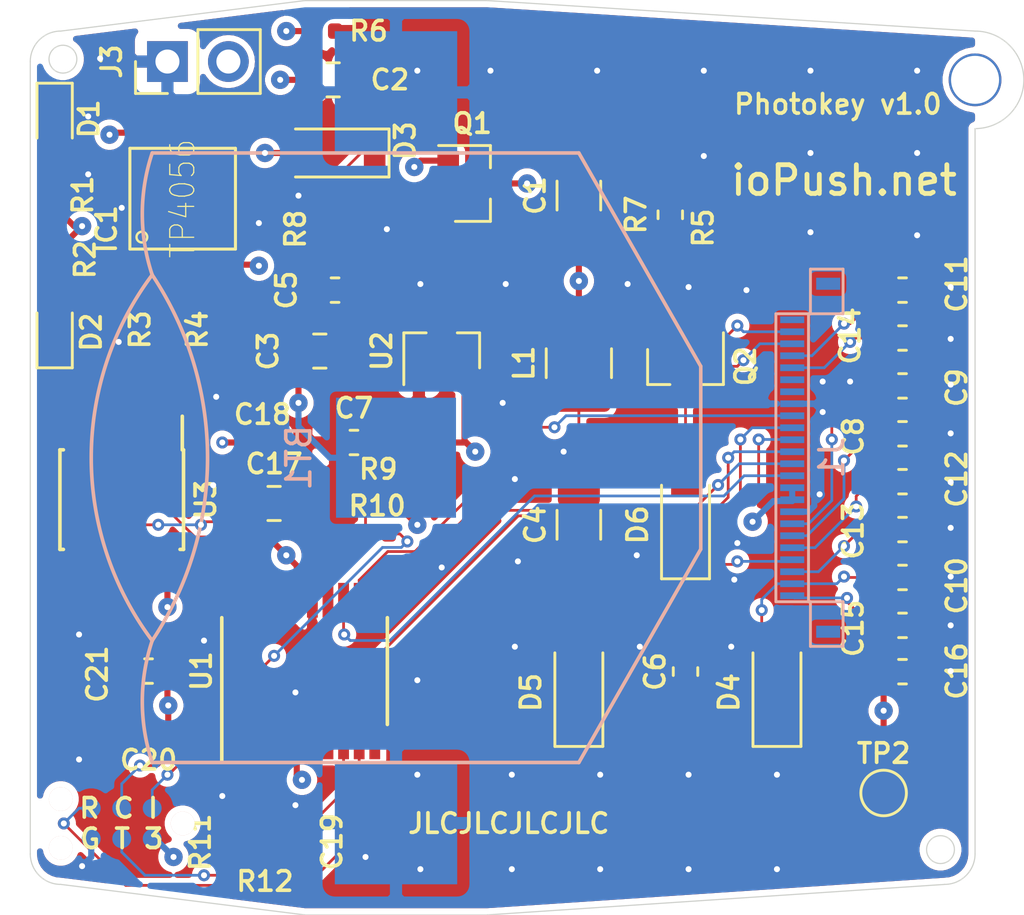
<source format=kicad_pcb>
(kicad_pcb (version 20171130) (host pcbnew "(5.1.4)")
  (layers (0 F.Cu signal) (1 GND power) (2 PWR power) (31 B.Cu signal) (34 B.Paste user) (35 F.Paste user) (36 B.SilkS user) (37 F.SilkS user) (38 B.Mask user) (39 F.Mask user) (44 Edge.Cuts user))
  (net 0 "")
  (net 1 GND)
  (net 2 +BATT)
  (net 3 +3V3)
  (net 4 VBUS)
  (net 5 "Net-(C4-Pad1)")
  (net 6 "Net-(C4-Pad2)")
  (net 7 "Net-(C5-Pad2)")
  (net 8 /PREVGH)
  (net 9 "Net-(C8-Pad2)")
  (net 10 "Net-(C9-Pad2)")
  (net 11 /PREVGL)
  (net 12 "Net-(C11-Pad2)")
  (net 13 "Net-(C12-Pad2)")
  (net 14 "Net-(C13-Pad2)")
  (net 15 "Net-(C14-Pad2)")
  (net 16 /VCOM)
  (net 17 /nRESET)
  (net 18 "Net-(D1-Pad1)")
  (net 19 "Net-(D2-Pad1)")
  (net 20 "Net-(D3-Pad1)")
  (net 21 "Net-(IC1-Pad2)")
  (net 22 "Net-(J1-Pad1)")
  (net 23 /GDR)
  (net 24 /RESE)
  (net 25 "Net-(J1-Pad6)")
  (net 26 "Net-(J1-Pad7)")
  (net 27 /EINK_BUSY)
  (net 28 /EINK_RESET)
  (net 29 /EINK_DC)
  (net 30 /EINK_CS)
  (net 31 /SPI_SCK)
  (net 32 /SPI_SDI)
  (net 33 /SWDIO)
  (net 34 "Net-(J2-Pad3)")
  (net 35 /SWCLK)
  (net 36 /RX)
  (net 37 "Net-(R3-Pad2)")
  (net 38 /VBAT)
  (net 39 /TX)
  (net 40 "Net-(U1-Pad2)")
  (net 41 /I2C_SCL)
  (net 42 /I2C_SDA)
  (net 43 "Net-(D2-Pad2)")
  (net 44 "Net-(D1-Pad2)")
  (net 45 /VBAT_ON)
  (module Tag-Connect:TC2030-MCP-NL (layer B.Cu) (at 29.21 151.13 180)
    (fp_text reference J2 hide)
    (fp_text value TC2030-IDV-NL hide)
    (pad 1 connect circle (at -1.27 -0.635 180) (size 0.7874 0.7874) (layers B.Cu B.Mask) (net 3 +3V3) (clearance 0.4826))
    (pad 2 connect circle (at -1.27 0.635 180) (size 0.7874 0.7874) (layers B.Cu B.Mask) (net 33 /SWDIO) (clearance 0.4826))
    (pad 3 connect circle (at 0 -0.635 180) (size 0.7874 0.7874) (layers B.Cu B.Mask) (net 34 "Net-(J2-Pad3)") (clearance 0.4826))
    (pad 4 connect circle (at 0 0.635 180) (size 0.7874 0.7874) (layers B.Cu B.Mask) (net 35 /SWCLK) (clearance 0.4826))
    (pad 5 connect circle (at 1.27 -0.635 180) (size 0.7874 0.7874) (layers B.Cu B.Mask) (net 1 GND) (clearance 0.4318))
    (pad 6 connect circle (at 1.27 0.635 180) (size 0.7874 0.7874) (layers B.Cu B.Mask) (net 36 /RX) (clearance 0.4318))
    (pad "" np_thru_hole circle (at -2.54 0 180) (size 0.9906 0.9906) (drill 0.9906) (layers *.Cu *.Mask B.SilkS))
    (pad "" np_thru_hole circle (at 2.54 1.016 180) (size 0.9906 0.9906) (drill 0.9906) (layers *.Cu *.Mask B.SilkS))
    (pad "" np_thru_hole circle (at 2.54 -1.016 180) (size 0.9906 0.9906) (drill 0.9906) (layers *.Cu *.Mask B.SilkS))
  )
  (module BatteryHolder:2450 (layer B.Cu) (at 40.64 135.89)
    (fp_text reference BT1 (at -4.05 0 -90) (layer B.SilkS) (effects (justify mirror)))
    (fp_text value Battery_Cell)
    (pad 2 smd rect (at 0 15.225) (size 5.1 5.1) (layers B.Cu B.Paste B.Mask) (net 1 GND))
    (pad 2 smd rect (at 0 -15.225) (size 5.1 5.1) (layers B.Cu B.Paste B.Mask) (net 1 GND))
    (pad 1 smd rect (at 0 0) (size 5 5) (layers B.Cu B.Paste B.Mask) (net 2 +BATT))
  )
  (module Capacitor_SMD:C_1206_3216Metric (layer F.Cu) (at 48.26 124.965 90)
    (fp_text reference C1 (at 0 -1.82 90) (layer F.SilkS) (effects (font (size 0.8128 0.8128) (thickness 0.1524))))
    (fp_text value 4.7uF)
    (pad 2 smd roundrect (at 1.4 0 90) (size 1.25 1.75) (layers F.Cu F.Paste F.Mask) (roundrect_rratio 0.2) (net 1 GND))
    (pad 1 smd roundrect (at -1.4 0 90) (size 1.25 1.75) (layers F.Cu F.Paste F.Mask) (roundrect_rratio 0.2) (net 3 +3V3))
  )
  (module Capacitor_SMD:C_0805_2012Metric (layer F.Cu) (at 38.0215 120.142)
    (fp_text reference C2 (at 2.3645 0) (layer F.SilkS) (effects (font (size 0.8128 0.8128) (thickness 0.1524))))
    (fp_text value 10uF)
    (pad 1 smd roundrect (at -0.9375 0) (size 0.975 1.4) (layers F.Cu F.Paste F.Mask) (net 4 VBUS))
    (pad 2 smd roundrect (at 0.9375 0) (size 0.975 1.4) (layers F.Cu F.Paste F.Mask) (net 1 GND))
  )
  (module Capacitor_SMD:C_0805_2012Metric (layer F.Cu) (at 37.465 131.445)
    (fp_text reference C3 (at -2.159 0 90) (layer F.SilkS) (effects (font (size 0.8128 0.8128) (thickness 0.1524))))
    (fp_text value 10uF)
    (pad 2 smd roundrect (at 0.9375 0) (size 0.975 1.4) (layers F.Cu F.Paste F.Mask) (net 1 GND))
    (pad 1 smd roundrect (at -0.9375 0) (size 0.975 1.4) (layers F.Cu F.Paste F.Mask) (net 2 +BATT))
  )
  (module Capacitor_SMD:C_1206_3216Metric (layer F.Cu) (at 48.26 138.685 90)
    (fp_text reference C4 (at 0 -1.82 90) (layer F.SilkS) (effects (font (size 0.8128 0.8128) (thickness 0.1524))))
    (fp_text value 4.7uF)
    (pad 1 smd roundrect (at -1.4 0 90) (size 1.25 1.75) (layers F.Cu F.Paste F.Mask) (roundrect_rratio 0.2) (net 5 "Net-(C4-Pad1)"))
    (pad 2 smd roundrect (at 1.4 0 90) (size 1.25 1.75) (layers F.Cu F.Paste F.Mask) (roundrect_rratio 0.2) (net 6 "Net-(C4-Pad2)"))
  )
  (module Capacitor_SMD:C_0603_1608Metric (layer F.Cu) (at 38.1 128.905)
    (fp_text reference C5 (at -2.032 0 90) (layer F.SilkS) (effects (font (size 0.8128 0.8128) (thickness 0.1524))))
    (fp_text value 1uF)
    (pad 1 smd roundrect (at -0.7875 0) (size 0.875 0.95) (layers F.Cu F.Paste F.Mask) (net 1 GND))
    (pad 2 smd roundrect (at 0.7875 0) (size 0.875 0.95) (layers F.Cu F.Paste F.Mask) (net 7 "Net-(C5-Pad2)"))
  )
  (module Capacitor_SMD:C_0603_1608Metric (layer F.Cu) (at 52.705 144.8 270)
    (fp_text reference C6 (at 0 1.27 90) (layer F.SilkS) (effects (font (size 0.8128 0.8128) (thickness 0.1524))))
    (fp_text value 1uF)
    (pad 2 smd roundrect (at 0.7875 0 270) (size 0.875 0.95) (layers F.Cu F.Paste F.Mask) (net 1 GND))
    (pad 1 smd roundrect (at -0.7875 0 270) (size 0.875 0.95) (layers F.Cu F.Paste F.Mask) (net 8 /PREVGH))
  )
  (module Capacitor_SMD:C_0603_1608Metric (layer F.Cu) (at 38.8875 135.255)
    (fp_text reference C7 (at 0 -1.43) (layer F.SilkS) (effects (font (size 0.8128 0.8128) (thickness 0.1524))))
    (fp_text value 1uF)
    (pad 1 smd roundrect (at -0.7875 0) (size 0.875 0.95) (layers F.Cu F.Paste F.Mask) (net 1 GND))
    (pad 2 smd roundrect (at 0.7875 0) (size 0.875 0.95) (layers F.Cu F.Paste F.Mask) (net 3 +3V3))
  )
  (module Capacitor_SMD:C_0603_1608Metric (layer F.Cu) (at 61.7475 134.892142 180)
    (fp_text reference C8 (at 2.0575 -0.108858 90) (layer F.SilkS) (effects (font (size 0.8128 0.8128) (thickness 0.1524))))
    (fp_text value 1uF)
    (pad 2 smd roundrect (at 0.7875 0 180) (size 0.875 0.95) (layers F.Cu F.Paste F.Mask) (net 9 "Net-(C8-Pad2)"))
    (pad 1 smd roundrect (at -0.7875 0 180) (size 0.875 0.95) (layers F.Cu F.Paste F.Mask) (net 1 GND))
  )
  (module Capacitor_SMD:C_0603_1608Metric (layer F.Cu) (at 61.7475 132.896428 180)
    (fp_text reference C9 (at -2.2605 -0.072572 90) (layer F.SilkS) (effects (font (size 0.8128 0.8128) (thickness 0.1524))))
    (fp_text value 1uF)
    (pad 1 smd roundrect (at -0.7875 0 180) (size 0.875 0.95) (layers F.Cu F.Paste F.Mask) (net 1 GND))
    (pad 2 smd roundrect (at 0.7875 0 180) (size 0.875 0.95) (layers F.Cu F.Paste F.Mask) (net 10 "Net-(C9-Pad2)"))
  )
  (module Capacitor_SMD:C_0603_1608Metric (layer F.Cu) (at 61.7475 140.879284 180)
    (fp_text reference C10 (at -2.2605 -0.344716 90) (layer F.SilkS) (effects (font (size 0.8128 0.8128) (thickness 0.1524))))
    (fp_text value 1uF)
    (pad 1 smd roundrect (at -0.7875 0 180) (size 0.875 0.95) (layers F.Cu F.Paste F.Mask) (net 1 GND))
    (pad 2 smd roundrect (at 0.7875 0 180) (size 0.875 0.95) (layers F.Cu F.Paste F.Mask) (net 11 /PREVGL))
  )
  (module Capacitor_SMD:C_0603_1608Metric (layer F.Cu) (at 61.7475 128.905 180)
    (fp_text reference C11 (at -2.2605 0.254 90) (layer F.SilkS) (effects (font (size 0.8128 0.8128) (thickness 0.1524))))
    (fp_text value 1uF)
    (pad 2 smd roundrect (at 0.7875 0 180) (size 0.875 0.95) (layers F.Cu F.Paste F.Mask) (net 12 "Net-(C11-Pad2)"))
    (pad 1 smd roundrect (at -0.7875 0 180) (size 0.875 0.95) (layers F.Cu F.Paste F.Mask) (net 1 GND))
  )
  (module Capacitor_SMD:C_0603_1608Metric (layer F.Cu) (at 61.7475 136.887856 180)
    (fp_text reference C12 (at -2.2605 0.108856 90) (layer F.SilkS) (effects (font (size 0.8128 0.8128) (thickness 0.1524))))
    (fp_text value 1uF)
    (pad 1 smd roundrect (at -0.7875 0 180) (size 0.875 0.95) (layers F.Cu F.Paste F.Mask) (net 1 GND))
    (pad 2 smd roundrect (at 0.7875 0 180) (size 0.875 0.95) (layers F.Cu F.Paste F.Mask) (net 13 "Net-(C12-Pad2)"))
  )
  (module Capacitor_SMD:C_0603_1608Metric (layer F.Cu) (at 61.7475 138.88357 180)
    (fp_text reference C13 (at 2.0575 -0.05443 90) (layer F.SilkS) (effects (font (size 0.8128 0.8128) (thickness 0.1524))))
    (fp_text value 1uF)
    (pad 2 smd roundrect (at 0.7875 0 180) (size 0.875 0.95) (layers F.Cu F.Paste F.Mask) (net 14 "Net-(C13-Pad2)"))
    (pad 1 smd roundrect (at -0.7875 0 180) (size 0.875 0.95) (layers F.Cu F.Paste F.Mask) (net 1 GND))
  )
  (module Capacitor_SMD:C_0603_1608Metric (layer F.Cu) (at 61.7475 130.900714 180)
    (fp_text reference C14 (at 2.1845 0.090714 90) (layer F.SilkS) (effects (font (size 0.8128 0.8128) (thickness 0.1524))))
    (fp_text value 1uF)
    (pad 1 smd roundrect (at -0.7875 0 180) (size 0.875 0.95) (layers F.Cu F.Paste F.Mask) (net 1 GND))
    (pad 2 smd roundrect (at 0.7875 0 180) (size 0.875 0.95) (layers F.Cu F.Paste F.Mask) (net 15 "Net-(C14-Pad2)"))
  )
  (module Capacitor_SMD:C_0603_1608Metric (layer F.Cu) (at 61.7475 142.875 180)
    (fp_text reference C15 (at 2.0575 -0.127 90) (layer F.SilkS) (effects (font (size 0.8128 0.8128) (thickness 0.1524))))
    (fp_text value 1uF)
    (pad 2 smd roundrect (at 0.7875 0 180) (size 0.875 0.95) (layers F.Cu F.Paste F.Mask) (net 16 /VCOM))
    (pad 1 smd roundrect (at -0.7875 0 180) (size 0.875 0.95) (layers F.Cu F.Paste F.Mask) (net 1 GND))
  )
  (module Capacitor_SMD:C_0603_1608Metric (layer F.Cu) (at 61.7475 144.8054 180)
    (fp_text reference C16 (at -2.2605 0.0254 90) (layer F.SilkS) (effects (font (size 0.8128 0.8128) (thickness 0.1524))))
    (fp_text value 1uF)
    (pad 2 smd roundrect (at 0.7875 0 180) (size 0.875 0.95) (layers F.Cu F.Paste F.Mask) (net 3 +3V3))
    (pad 1 smd roundrect (at -0.7875 0 180) (size 0.875 0.95) (layers F.Cu F.Paste F.Mask) (net 1 GND))
  )
  (module Capacitor_SMD:C_0805_2012Metric (layer F.Cu) (at 35.56 137.795)
    (fp_text reference C17 (at 0 -1.65) (layer F.SilkS) (effects (font (size 0.8128 0.8128) (thickness 0.1524))))
    (fp_text value 10uF)
    (pad 1 smd roundrect (at -0.9375 0) (size 0.975 1.4) (layers F.Cu F.Paste F.Mask) (net 3 +3V3))
    (pad 2 smd roundrect (at 0.9375 0) (size 0.975 1.4) (layers F.Cu F.Paste F.Mask) (net 1 GND))
  )
  (module Capacitor_SMD:C_0402_1005Metric (layer F.Cu) (at 35.075 135.255)
    (fp_text reference C18 (at 0 -1.17) (layer F.SilkS) (effects (font (size 0.8128 0.8128) (thickness 0.1524))))
    (fp_text value 100nF)
    (pad 1 smd roundrect (at -0.485 0) (size 0.59 0.64) (layers F.Cu F.Paste F.Mask) (net 3 +3V3))
    (pad 2 smd roundrect (at 0.485 0) (size 0.59 0.64) (layers F.Cu F.Paste F.Mask) (net 1 GND))
  )
  (module Capacitor_SMD:C_0402_1005Metric (layer F.Cu) (at 35.2425 151.915 270)
    (fp_text reference C19 (at -0.023 -2.7305 270) (layer F.SilkS) (effects (font (size 0.8128 0.8128) (thickness 0.1524))))
    (fp_text value 100nF)
    (pad 1 smd roundrect (at -0.485 0 270) (size 0.59 0.64) (layers F.Cu F.Paste F.Mask) (net 17 /nRESET))
    (pad 2 smd roundrect (at 0.485 0 270) (size 0.59 0.64) (layers F.Cu F.Paste F.Mask) (net 1 GND))
  )
  (module Capacitor_SMD:C_0402_1005Metric (layer F.Cu) (at 30.33 147.32 180)
    (fp_text reference C20 (at 0 -1.17) (layer F.SilkS) (effects (font (size 0.8128 0.8128) (thickness 0.1524))))
    (fp_text value 100nF)
    (pad 2 smd roundrect (at 0.485 0 180) (size 0.59 0.64) (layers F.Cu F.Paste F.Mask) (net 1 GND))
    (pad 1 smd roundrect (at -0.485 0 180) (size 0.59 0.64) (layers F.Cu F.Paste F.Mask) (net 3 +3V3))
  )
  (module Capacitor_SMD:C_0603_1608Metric (layer F.Cu) (at 30.3275 144.78 180)
    (fp_text reference C21 (at 2.1335 -0.127 90) (layer F.SilkS) (effects (font (size 0.8128 0.8128) (thickness 0.1524))))
    (fp_text value 1uF)
    (pad 1 smd roundrect (at -0.7875 0 180) (size 0.875 0.95) (layers F.Cu F.Paste F.Mask) (net 3 +3V3))
    (pad 2 smd roundrect (at 0.7875 0 180) (size 0.875 0.95) (layers F.Cu F.Paste F.Mask) (net 1 GND))
  )
  (module Diode_SMD:D_0603_1608Metric (layer F.Cu) (at 26.416 121.7675 270)
    (fp_text reference D1 (at 0 -1.43 90) (layer F.SilkS) (effects (font (size 0.8128 0.8128) (thickness 0.1524))))
    (fp_text value GREEN)
    (pad 2 smd roundrect (at 0.7875 0 270) (size 0.875 0.95) (layers F.Cu F.Paste F.Mask) (net 44 "Net-(D1-Pad2)"))
    (pad 1 smd roundrect (at -0.7875 0 270) (size 0.875 0.95) (layers F.Cu F.Paste F.Mask) (net 18 "Net-(D1-Pad1)"))
  )
  (module Diode_SMD:D_0603_1608Metric (layer F.Cu) (at 26.416 130.6575 90)
    (fp_text reference D2 (at 0 1.524 90) (layer F.SilkS) (effects (font (size 0.8128 0.8128) (thickness 0.1524))))
    (fp_text value RED)
    (pad 1 smd roundrect (at -0.7875 0 90) (size 0.875 0.95) (layers F.Cu F.Paste F.Mask) (net 19 "Net-(D2-Pad1)"))
    (pad 2 smd roundrect (at 0.7875 0 90) (size 0.875 0.95) (layers F.Cu F.Paste F.Mask) (net 43 "Net-(D2-Pad2)"))
  )
  (module Diode_SMD:D_SOD-123 (layer F.Cu) (at 38.1 123.19 180)
    (fp_text reference D3 (at -2.921 0.508 90) (layer F.SilkS) (effects (font (size 0.8128 0.8128) (thickness 0.1524))))
    (fp_text value MBR0530)
    (pad 1 smd rect (at -1.65 0 180) (size 0.9 1.2) (layers F.Cu F.Paste F.Mask) (net 20 "Net-(D3-Pad1)"))
    (pad 2 smd rect (at 1.65 0 180) (size 0.9 1.2) (layers F.Cu F.Paste F.Mask) (net 4 VBUS))
  )
  (module Diode_SMD:D_SOD-123 (layer F.Cu) (at 56.515 145.67 90)
    (fp_text reference D4 (at 0 -2 90) (layer F.SilkS) (effects (font (size 0.8128 0.8128) (thickness 0.1524))))
    (fp_text value MBR0530)
    (pad 2 smd rect (at 1.65 0 90) (size 0.9 1.2) (layers F.Cu F.Paste F.Mask) (net 11 /PREVGL))
    (pad 1 smd rect (at -1.65 0 90) (size 0.9 1.2) (layers F.Cu F.Paste F.Mask) (net 5 "Net-(C4-Pad1)"))
  )
  (module Diode_SMD:D_SOD-123 (layer F.Cu) (at 48.26 145.67 90)
    (fp_text reference D5 (at 0 -2 90) (layer F.SilkS) (effects (font (size 0.8128 0.8128) (thickness 0.1524))))
    (fp_text value MBR0530)
    (pad 1 smd rect (at -1.65 0 90) (size 0.9 1.2) (layers F.Cu F.Paste F.Mask) (net 1 GND))
    (pad 2 smd rect (at 1.65 0 90) (size 0.9 1.2) (layers F.Cu F.Paste F.Mask) (net 5 "Net-(C4-Pad1)"))
  )
  (module Diode_SMD:D_SOD-123 (layer F.Cu) (at 52.705 138.685 90)
    (fp_text reference D6 (at 0 -2 90) (layer F.SilkS) (effects (font (size 0.8128 0.8128) (thickness 0.1524))))
    (fp_text value MBR0530)
    (pad 2 smd rect (at 1.65 0 90) (size 0.9 1.2) (layers F.Cu F.Paste F.Mask) (net 6 "Net-(C4-Pad2)"))
    (pad 1 smd rect (at -1.65 0 90) (size 0.9 1.2) (layers F.Cu F.Paste F.Mask) (net 8 /PREVGH))
  )
  (module TP4056:SOP-8 (layer F.Cu) (at 31.75 125.095 90)
    (fp_text reference IC1 (at -1.27035 -3.1759 90) (layer F.SilkS) (effects (font (size 0.8128 0.8128) (thickness 0.1524))))
    (fp_text value TP4056 (at 0 0 90) (layer F.SilkS) (effects (font (size 1 0.9) (thickness 0.05))))
    (fp_poly (pts (xy -1.20026 -1.7) (xy 1.2 -1.7) (xy 1.2 1.70037) (xy -1.20026 1.70037)) (layer F.Cu) (width 0))
    (pad 7 smd rect (at 2.75 -0.635 90) (size 1.3 0.7) (layers F.Cu F.Paste F.Mask) (net 19 "Net-(D2-Pad1)"))
    (pad 8 smd rect (at 2.75 -1.905 90) (size 1.3 0.7) (layers F.Cu F.Paste F.Mask) (net 4 VBUS))
    (pad 6 smd rect (at 2.75 0.635 90) (size 1.3 0.7) (layers F.Cu F.Paste F.Mask) (net 18 "Net-(D1-Pad1)"))
    (pad 5 smd rect (at 2.75 1.905 90) (size 1.3 0.7) (layers F.Cu F.Paste F.Mask) (net 2 +BATT))
    (pad 2 smd rect (at -2.75 -0.635 90) (size 1.3 0.7) (layers F.Cu F.Paste F.Mask) (net 21 "Net-(IC1-Pad2)"))
    (pad 1 smd rect (at -2.75 -1.905 90) (size 1.3 0.7) (layers F.Cu F.Paste F.Mask) (net 1 GND))
    (pad 3 smd rect (at -2.75 0.635 90) (size 1.3 0.7) (layers F.Cu F.Paste F.Mask) (net 1 GND))
    (pad 4 smd rect (at -2.75 1.905 90) (size 1.3 0.7) (layers F.Cu F.Paste F.Mask) (net 4 VBUS))
  )
  (module Dianwei:FPC_24 (layer B.Cu) (at 57.15 135.89 270)
    (fp_text reference J1 (at 0 -1.65 270) (layer B.SilkS) (effects (justify mirror)))
    (fp_text value eink)
    (pad 1 smd rect (at -5.75 0 270) (size 0.28 1) (layers B.Cu B.Paste B.Mask) (net 22 "Net-(J1-Pad1)"))
    (pad 2 smd rect (at -5.25 0 270) (size 0.28 1) (layers B.Cu B.Paste B.Mask) (net 23 /GDR))
    (pad 3 smd rect (at -4.75 0 270) (size 0.28 1) (layers B.Cu B.Paste B.Mask) (net 24 /RESE))
    (pad 4 smd rect (at -4.25 0 270) (size 0.28 1) (layers B.Cu B.Paste B.Mask) (net 12 "Net-(C11-Pad2)"))
    (pad 5 smd rect (at -3.75 0 270) (size 0.28 1) (layers B.Cu B.Paste B.Mask) (net 15 "Net-(C14-Pad2)"))
    (pad 6 smd rect (at -3.25 0 270) (size 0.28 1) (layers B.Cu B.Paste B.Mask) (net 25 "Net-(J1-Pad6)"))
    (pad 7 smd rect (at -2.75 0 270) (size 0.28 1) (layers B.Cu B.Paste B.Mask) (net 26 "Net-(J1-Pad7)"))
    (pad 8 smd rect (at -2.25 0 270) (size 0.28 1) (layers B.Cu B.Paste B.Mask) (net 1 GND))
    (pad 9 smd rect (at -1.75 0 270) (size 0.28 1) (layers B.Cu B.Paste B.Mask) (net 27 /EINK_BUSY))
    (pad 10 smd rect (at -1.25 0 270) (size 0.28 1) (layers B.Cu B.Paste B.Mask) (net 28 /EINK_RESET))
    (pad 11 smd rect (at -0.75 0 270) (size 0.28 1) (layers B.Cu B.Paste B.Mask) (net 29 /EINK_DC))
    (pad 12 smd rect (at -0.25 0 270) (size 0.28 1) (layers B.Cu B.Paste B.Mask) (net 30 /EINK_CS))
    (pad 13 smd rect (at 0.25 0 270) (size 0.28 1) (layers B.Cu B.Paste B.Mask) (net 31 /SPI_SCK))
    (pad 14 smd rect (at 0.75 0 270) (size 0.28 1) (layers B.Cu B.Paste B.Mask) (net 32 /SPI_SDI))
    (pad 15 smd rect (at 1.25 0 270) (size 0.28 1) (layers B.Cu B.Paste B.Mask) (net 3 +3V3))
    (pad 16 smd rect (at 1.75 0 270) (size 0.28 1) (layers B.Cu B.Paste B.Mask) (net 3 +3V3))
    (pad 17 smd rect (at 2.25 0 270) (size 0.28 1) (layers B.Cu B.Paste B.Mask) (net 1 GND))
    (pad 18 smd rect (at 2.75 0 270) (size 0.28 1) (layers B.Cu B.Paste B.Mask) (net 10 "Net-(C9-Pad2)"))
    (pad 19 smd rect (at 3.25 0 270) (size 0.28 1) (layers B.Cu B.Paste B.Mask) (net 9 "Net-(C8-Pad2)"))
    (pad 20 smd rect (at 3.75 0 270) (size 0.28 1) (layers B.Cu B.Paste B.Mask) (net 13 "Net-(C12-Pad2)"))
    (pad 21 smd rect (at 4.25 0 270) (size 0.28 1) (layers B.Cu B.Paste B.Mask) (net 8 /PREVGH))
    (pad 22 smd rect (at 4.75 0 270) (size 0.28 1) (layers B.Cu B.Paste B.Mask) (net 14 "Net-(C13-Pad2)"))
    (pad 23 smd rect (at 5.25 0 270) (size 0.28 1) (layers B.Cu B.Paste B.Mask) (net 11 /PREVGL))
    (pad 24 smd rect (at 5.75 0 270) (size 0.28 1) (layers B.Cu B.Paste B.Mask) (net 16 /VCOM))
    (pad 0 smd rect (at -7.25 -1.5 270) (size 0.5 1) (layers B.Cu B.Paste B.Mask))
    (pad 0 smd rect (at 7.25 -1.5 270) (size 0.5 1) (layers B.Cu B.Paste B.Mask))
  )
  (module Connector_PinHeader_2.54mm:PinHeader_1x02_P2.54mm_Vertical (layer F.Cu) (at 31.115 119.38 90)
    (fp_text reference J3 (at 0 -2.33 90) (layer F.SilkS) (effects (font (size 0.8128 0.8128) (thickness 0.1524))))
    (fp_text value Vin)
    (pad 1 thru_hole rect (at 0 0 90) (size 1.7 1.7) (drill 1) (layers *.Cu *.Mask) (net 1 GND))
    (pad 2 thru_hole oval (at 0 2.54 90) (size 1.7 1.7) (drill 1) (layers *.Cu *.Mask) (net 4 VBUS))
  )
  (module Inductor_SMD:L_1210_3225Metric (layer F.Cu) (at 48.26 131.95 270)
    (fp_text reference L1 (at 0 2.286 90) (layer F.SilkS) (effects (font (size 0.8128 0.8128) (thickness 0.1524))))
    (fp_text value "10 uH")
    (pad 1 smd roundrect (at -1.4 0 270) (size 1.25 2.65) (layers F.Cu F.Paste F.Mask) (roundrect_rratio 0.2) (net 3 +3V3))
    (pad 2 smd roundrect (at 1.4 0 270) (size 1.25 2.65) (layers F.Cu F.Paste F.Mask) (roundrect_rratio 0.2) (net 6 "Net-(C4-Pad2)"))
  )
  (module Package_TO_SOT_SMD:SOT-23 (layer F.Cu) (at 43.815 124.46)
    (fp_text reference Q1 (at 0 -2.5) (layer F.SilkS) (effects (font (size 0.8128 0.8128) (thickness 0.1524))))
    (fp_text value AO3401A)
    (pad 1 smd rect (at -1 -0.95) (size 0.9 0.8) (layers F.Cu F.Paste F.Mask) (net 4 VBUS))
    (pad 2 smd rect (at -1 0.95) (size 0.9 0.8) (layers F.Cu F.Paste F.Mask) (net 20 "Net-(D3-Pad1)"))
    (pad 3 smd rect (at 1 0) (size 0.9 0.8) (layers F.Cu F.Paste F.Mask) (net 2 +BATT))
  )
  (module Package_TO_SOT_SMD:SOT-23 (layer F.Cu) (at 52.705 132.08 270)
    (fp_text reference Q2 (at 0 -2.5 90) (layer F.SilkS) (effects (font (size 0.8128 0.8128) (thickness 0.1524))))
    (fp_text value AO3400A)
    (pad 1 smd rect (at -1 -0.95 270) (size 0.9 0.8) (layers F.Cu F.Paste F.Mask) (net 23 /GDR))
    (pad 2 smd rect (at -1 0.95 270) (size 0.9 0.8) (layers F.Cu F.Paste F.Mask) (net 24 /RESE))
    (pad 3 smd rect (at 1 0 270) (size 0.9 0.8) (layers F.Cu F.Paste F.Mask) (net 6 "Net-(C4-Pad2)"))
  )
  (module Resistor_SMD:R_0402_1005Metric (layer F.Cu) (at 26.416 124.945 270)
    (fp_text reference R1 (at 0 -1.17 90) (layer F.SilkS) (effects (font (size 0.8128 0.8128) (thickness 0.1524))))
    (fp_text value 2k)
    (pad 1 smd roundrect (at -0.485 0 270) (size 0.59 0.64) (layers F.Cu F.Paste F.Mask) (net 44 "Net-(D1-Pad2)"))
    (pad 2 smd roundrect (at 0.485 0 270) (size 0.59 0.64) (layers F.Cu F.Paste F.Mask) (net 4 VBUS))
  )
  (module Resistor_SMD:R_0402_1005Metric (layer F.Cu) (at 26.416 127.45 90)
    (fp_text reference R2 (at -0.185 1.27 90) (layer F.SilkS) (effects (font (size 0.8128 0.8128) (thickness 0.1524))))
    (fp_text value 2k)
    (pad 2 smd roundrect (at 0.485 0 90) (size 0.59 0.64) (layers F.Cu F.Paste F.Mask) (net 4 VBUS))
    (pad 1 smd roundrect (at -0.485 0 90) (size 0.59 0.64) (layers F.Cu F.Paste F.Mask) (net 43 "Net-(D2-Pad2)"))
  )
  (module Resistor_SMD:R_0402_1005Metric (layer F.Cu) (at 30.988 130.556 270)
    (fp_text reference R3 (at 0 1.016 90) (layer F.SilkS) (effects (font (size 0.8128 0.8128) (thickness 0.1524))))
    (fp_text value 10K)
    (pad 1 smd roundrect (at -0.485 0 270) (size 0.59 0.64) (layers F.Cu F.Paste F.Mask) (net 21 "Net-(IC1-Pad2)"))
    (pad 2 smd roundrect (at 0.485 0 270) (size 0.59 0.64) (layers F.Cu F.Paste F.Mask) (net 37 "Net-(R3-Pad2)"))
  )
  (module Resistor_SMD:R_0402_1005Metric (layer F.Cu) (at 33.528 130.556 90)
    (fp_text reference R4 (at 0 -1.17 90) (layer F.SilkS) (effects (font (size 0.8128 0.8128) (thickness 0.1524))))
    (fp_text value 10K)
    (pad 2 smd roundrect (at 0.485 0 90) (size 0.59 0.64) (layers F.Cu F.Paste F.Mask) (net 1 GND))
    (pad 1 smd roundrect (at -0.485 0 90) (size 0.59 0.64) (layers F.Cu F.Paste F.Mask) (net 37 "Net-(R3-Pad2)"))
  )
  (module Resistor_SMD:R_0402_1005Metric (layer F.Cu) (at 54.61 126.315 90)
    (fp_text reference R5 (at 0 -1.17 90) (layer F.SilkS) (effects (font (size 0.8128 0.8128) (thickness 0.1524))))
    (fp_text value 10K)
    (pad 1 smd roundrect (at -0.485 0 90) (size 0.59 0.64) (layers F.Cu F.Paste F.Mask) (net 23 /GDR))
    (pad 2 smd roundrect (at 0.485 0 90) (size 0.59 0.64) (layers F.Cu F.Paste F.Mask) (net 1 GND))
  )
  (module Resistor_SMD:R_0402_1005Metric (layer F.Cu) (at 37.615 118.11)
    (fp_text reference R6 (at 1.882 0) (layer F.SilkS) (effects (font (size 0.8128 0.8128) (thickness 0.1524))))
    (fp_text value 10K)
    (pad 1 smd roundrect (at -0.485 0) (size 0.59 0.64) (layers F.Cu F.Paste F.Mask) (net 4 VBUS))
    (pad 2 smd roundrect (at 0.485 0) (size 0.59 0.64) (layers F.Cu F.Paste F.Mask) (net 1 GND))
  )
  (module Resistor_SMD:R_0603_1608Metric (layer F.Cu) (at 52.07 125.765 90)
    (fp_text reference R7 (at 0 -1.43 90) (layer F.SilkS) (effects (font (size 0.8128 0.8128) (thickness 0.1524))))
    (fp_text value " 0.47 Ohm")
    (pad 1 smd roundrect (at -0.7875 0 90) (size 0.875 0.95) (layers F.Cu F.Paste F.Mask) (net 24 /RESE))
    (pad 2 smd roundrect (at 0.7875 0 90) (size 0.875 0.95) (layers F.Cu F.Paste F.Mask) (net 1 GND))
  )
  (module Resistor_SMD:R_0402_1005Metric (layer F.Cu) (at 37.95 126.365)
    (fp_text reference R8 (at -1.501 0 90) (layer F.SilkS) (effects (font (size 0.8128 0.8128) (thickness 0.1524))))
    (fp_text value "0 Ohm")
    (pad 2 smd roundrect (at 0.485 0) (size 0.59 0.64) (layers F.Cu F.Paste F.Mask) (net 20 "Net-(D3-Pad1)"))
    (pad 1 smd roundrect (at -0.485 0) (size 0.59 0.64) (layers F.Cu F.Paste F.Mask) (net 7 "Net-(C5-Pad2)"))
  )
  (module Resistor_SMD:R_0402_1005Metric (layer F.Cu) (at 39.901 137.541)
    (fp_text reference R9 (at 0 -1.17) (layer F.SilkS) (effects (font (size 0.8128 0.8128) (thickness 0.1524))))
    (fp_text value 15k)
    (pad 1 smd roundrect (at -0.485 0) (size 0.59 0.64) (layers F.Cu F.Paste F.Mask) (net 38 /VBAT))
    (pad 2 smd roundrect (at 0.485 0) (size 0.59 0.64) (layers F.Cu F.Paste F.Mask) (net 2 +BATT))
  )
  (module Resistor_SMD:R_0402_1005Metric (layer F.Cu) (at 39.855 139.065)
    (fp_text reference R10 (at 0 -1.17) (layer F.SilkS) (effects (font (size 0.8128 0.8128) (thickness 0.1524))))
    (fp_text value 39k)
    (pad 2 smd roundrect (at 0.485 0) (size 0.59 0.64) (layers F.Cu F.Paste F.Mask) (net 45 /VBAT_ON))
    (pad 1 smd roundrect (at -0.485 0) (size 0.59 0.64) (layers F.Cu F.Paste F.Mask) (net 38 /VBAT))
  )
  (module Resistor_SMD:R_0402_1005Metric (layer F.Cu) (at 33.655 151.915 90)
    (fp_text reference R11 (at 0 -1.17 90) (layer F.SilkS) (effects (font (size 0.8128 0.8128) (thickness 0.1524))))
    (fp_text value "0 Ohm")
    (pad 1 smd roundrect (at -0.485 0 90) (size 0.59 0.64) (layers F.Cu F.Paste F.Mask) (net 34 "Net-(J2-Pad3)"))
    (pad 2 smd roundrect (at 0.485 0 90) (size 0.59 0.64) (layers F.Cu F.Paste F.Mask) (net 17 /nRESET))
  )
  (module Resistor_SMD:R_0402_1005Metric (layer F.Cu) (at 36.83 151.915 90)
    (fp_text reference R12 (at -1.628 -1.651 180) (layer F.SilkS) (effects (font (size 0.8128 0.8128) (thickness 0.1524))))
    (fp_text value "0 Ohm")
    (pad 2 smd roundrect (at 0.485 0 90) (size 0.59 0.64) (layers F.Cu F.Paste F.Mask) (net 39 /TX))
    (pad 1 smd roundrect (at -0.485 0 90) (size 0.59 0.64) (layers F.Cu F.Paste F.Mask) (net 34 "Net-(J2-Pad3)"))
  )
  (module TestPoint:TestPoint_Pad_D1.5mm (layer F.Cu) (at 60.96 149.86)
    (fp_text reference TP2 (at 0 -1.648) (layer F.SilkS) (effects (font (size 0.8128 0.8128) (thickness 0.1524))))
    (fp_text value TP_3V3)
    (pad 1 smd circle (at 0 0) (size 1.5 1.5) (layers F.Cu F.Mask) (net 3 +3V3))
  )
  (module Package_SO:TSSOP-20_4.4x6.5mm_P0.65mm (layer F.Cu) (at 36.83 144.78 90)
    (fp_text reference U1 (at 0 -4.3 90) (layer F.SilkS) (effects (font (size 0.8128 0.8128) (thickness 0.1524))))
    (fp_text value STM32L031F6Px)
    (pad 1 smd rect (at -2.95 -2.925 90) (size 1.45 0.45) (layers F.Cu F.Paste F.Mask) (net 1 GND))
    (pad 2 smd rect (at -2.95 -2.275 90) (size 1.45 0.45) (layers F.Cu F.Paste F.Mask) (net 40 "Net-(U1-Pad2)"))
    (pad 3 smd rect (at -2.95 -1.625 90) (size 1.45 0.45) (layers F.Cu F.Paste F.Mask) (net 45 /VBAT_ON))
    (pad 4 smd rect (at -2.95 -0.975 90) (size 1.45 0.45) (layers F.Cu F.Paste F.Mask) (net 17 /nRESET))
    (pad 5 smd rect (at -2.95 -0.325 90) (size 1.45 0.45) (layers F.Cu F.Paste F.Mask) (net 3 +3V3))
    (pad 6 smd rect (at -2.95 0.325 90) (size 1.45 0.45) (layers F.Cu F.Paste F.Mask) (net 30 /EINK_CS))
    (pad 7 smd rect (at -2.95 0.975 90) (size 1.45 0.45) (layers F.Cu F.Paste F.Mask) (net 28 /EINK_RESET))
    (pad 8 smd rect (at -2.95 1.625 90) (size 1.45 0.45) (layers F.Cu F.Paste F.Mask) (net 39 /TX))
    (pad 9 smd rect (at -2.95 2.275 90) (size 1.45 0.45) (layers F.Cu F.Paste F.Mask) (net 36 /RX))
    (pad 10 smd rect (at -2.95 2.925 90) (size 1.45 0.45) (layers F.Cu F.Paste F.Mask) (net 29 /EINK_DC))
    (pad 11 smd rect (at 2.95 2.925 90) (size 1.45 0.45) (layers F.Cu F.Paste F.Mask) (net 31 /SPI_SCK))
    (pad 12 smd rect (at 2.95 2.275 90) (size 1.45 0.45) (layers F.Cu F.Paste F.Mask) (net 27 /EINK_BUSY))
    (pad 13 smd rect (at 2.95 1.625 90) (size 1.45 0.45) (layers F.Cu F.Paste F.Mask) (net 32 /SPI_SDI))
    (pad 14 smd rect (at 2.95 0.975 90) (size 1.45 0.45) (layers F.Cu F.Paste F.Mask) (net 38 /VBAT))
    (pad 15 smd rect (at 2.95 0.325 90) (size 1.45 0.45) (layers F.Cu F.Paste F.Mask) (net 1 GND))
    (pad 16 smd rect (at 2.95 -0.325 90) (size 1.45 0.45) (layers F.Cu F.Paste F.Mask) (net 3 +3V3))
    (pad 17 smd rect (at 2.95 -0.975 90) (size 1.45 0.45) (layers F.Cu F.Paste F.Mask) (net 41 /I2C_SCL))
    (pad 18 smd rect (at 2.95 -1.625 90) (size 1.45 0.45) (layers F.Cu F.Paste F.Mask) (net 42 /I2C_SDA))
    (pad 19 smd rect (at 2.95 -2.275 90) (size 1.45 0.45) (layers F.Cu F.Paste F.Mask) (net 33 /SWDIO))
    (pad 20 smd rect (at 2.95 -2.925 90) (size 1.45 0.45) (layers F.Cu F.Paste F.Mask) (net 35 /SWCLK))
  )
  (module Package_TO_SOT_SMD:SOT-23 (layer F.Cu) (at 42.545 131.445 90)
    (fp_text reference U2 (at 0 -2.5 90) (layer F.SilkS) (effects (font (size 0.8128 0.8128) (thickness 0.1524))))
    (fp_text value XC6206P332MR-G)
    (pad 3 smd rect (at 1 0 90) (size 0.9 0.8) (layers F.Cu F.Paste F.Mask) (net 7 "Net-(C5-Pad2)"))
    (pad 2 smd rect (at -1 0.95 90) (size 0.9 0.8) (layers F.Cu F.Paste F.Mask) (net 3 +3V3))
    (pad 1 smd rect (at -1 -0.95 90) (size 0.9 0.8) (layers F.Cu F.Paste F.Mask) (net 1 GND))
  )
  (module Package_SO:SOIC-8_3.9x4.9mm_P1.27mm (layer F.Cu) (at 29.21 137.635 270)
    (fp_text reference U3 (at 0 -3.5 90) (layer F.SilkS) (effects (font (size 0.8128 0.8128) (thickness 0.1524))))
    (fp_text value CAT24C256)
    (pad 1 smd rect (at -2.7 -1.905 270) (size 1.55 0.6) (layers F.Cu F.Paste F.Mask) (net 1 GND))
    (pad 2 smd rect (at -2.7 -0.635 270) (size 1.55 0.6) (layers F.Cu F.Paste F.Mask) (net 1 GND))
    (pad 3 smd rect (at -2.7 0.635 270) (size 1.55 0.6) (layers F.Cu F.Paste F.Mask) (net 1 GND))
    (pad 4 smd rect (at -2.7 1.905 270) (size 1.55 0.6) (layers F.Cu F.Paste F.Mask) (net 1 GND))
    (pad 5 smd rect (at 2.7 1.905 270) (size 1.55 0.6) (layers F.Cu F.Paste F.Mask) (net 42 /I2C_SDA))
    (pad 6 smd rect (at 2.7 0.635 270) (size 1.55 0.6) (layers F.Cu F.Paste F.Mask) (net 41 /I2C_SCL))
    (pad 7 smd rect (at 2.7 -0.635 270) (size 1.55 0.6) (layers F.Cu F.Paste F.Mask) (net 1 GND))
    (pad 8 smd rect (at 2.7 -1.905 270) (size 1.55 0.6) (layers F.Cu F.Paste F.Mask) (net 3 +3V3))
  )
  (gr_circle (center 63.33 152.22) (end 63.34 152.8) (layer Edge.Cuts) (width 0.05))
  (gr_circle (center 26.76 119.28) (end 26.77 119.86) (layer Edge.Cuts) (width 0.05))
  (gr_text JLCJLCJLCJLC (at 45.339 151.13) (layer F.SilkS) (effects (font (size 0.8128 0.8128) (thickness 0.1524))))
  (gr_text ioPush.net (at 59.309 124.333) (layer F.SilkS) (effects (font (size 1.2 1.2) (thickness 0.2))))
  (gr_text "Photokey v1.0" (at 59.055 121.158) (layer F.SilkS) (effects (font (size 0.8128 0.8128) (thickness 0.1524))))
  (gr_arc (start 64.77 120.142) (end 64.77 122.174) (angle -180) (layer Edge.Cuts) (width 0.05))
  (gr_line (start 64.77 122.174) (end 64.77 152.4) (layer Edge.Cuts) (width 0.05))
  (gr_line (start 64.77 118.11) (end 44.45 116.84) (layer Edge.Cuts) (width 0.05))
  (gr_text "R C I" (at 29.083 150.495) (layer F.SilkS) (effects (font (size 0.8128 0.8128) (thickness 0.1524))))
  (gr_text "G T 3\n" (at 29.21 151.765) (layer F.SilkS) (effects (font (size 0.8128 0.8128) (thickness 0.1524))))
  (gr_arc (start 63.5 152.4) (end 63.5 153.67) (angle -90) (layer Edge.Cuts) (width 0.05))
  (gr_line (start 44.45 154.94) (end 63.5 153.67) (layer Edge.Cuts) (width 0.05))
  (gr_arc (start 26.67 152.4) (end 25.4 152.4) (angle -90) (layer Edge.Cuts) (width 0.05))
  (gr_line (start 36.83 154.94) (end 26.67 153.67) (layer Edge.Cuts) (width 0.05))
  (gr_line (start 44.45 154.94) (end 36.83 154.94) (layer Edge.Cuts) (width 0.05))
  (gr_arc (start 26.67 119.38) (end 26.67 118.11) (angle -90) (layer Edge.Cuts) (width 0.05))
  (gr_line (start 36.83 116.84) (end 26.67 118.11) (layer Edge.Cuts) (width 0.05))
  (gr_line (start 44.45 116.84) (end 36.83 116.84) (layer Edge.Cuts) (width 0.05))
  (gr_line (start 25.4 119.38) (end 25.4 152.4) (layer Edge.Cuts) (width 0.05))
  (via (at 64.77 120.142) (size 2.2) (drill 2) (layers F.Cu B.Cu) (net 0))
  (via (at 58.293 137.414) (size 0.45) (drill 0.25) (layers F.Cu B.Cu) (net 1))
  (via (at 45.593 143.764) (size 0.762) (drill 0.25) (layers F.Cu B.Cu) (net 1))
  (via (at 50.8 143.764) (size 0.762) (drill 0.25) (layers F.Cu B.Cu) (net 1))
  (via (at 54.61 143.764) (size 0.762) (drill 0.25) (layers F.Cu B.Cu) (net 1))
  (via (at 50.673 139.954) (size 0.762) (drill 0.25) (layers F.Cu B.Cu) (net 1))
  (via (at 45.72 140.208) (size 0.5) (drill 0.25) (layers F.Cu B.Cu) (net 1))
  (via (at 54.737 140.97) (size 0.5) (drill 0.25) (layers F.Cu B.Cu) (net 1))
  (via (at 54.864 139.446) (size 0.5) (drill 0.25) (layers F.Cu B.Cu) (net 1))
  (via (at 62.357 123.19) (size 0.762) (drill 0.25) (layers F.Cu B.Cu) (net 1))
  (via (at 57.912 123.19) (size 0.762) (drill 0.25) (layers F.Cu B.Cu) (net 1))
  (via (at 57.912 126.492) (size 0.762) (drill 0.25) (layers F.Cu B.Cu) (net 1))
  (via (at 62.357 126.619) (size 0.762) (drill 0.25) (layers F.Cu B.Cu) (net 1))
  (via (at 53.467 123.317) (size 0.762) (drill 0.25) (layers F.Cu B.Cu) (net 1))
  (via (at 50.292 128.651) (size 0.762) (drill 0.25) (layers F.Cu B.Cu) (net 1))
  (via (at 55.245 128.905) (size 0.762) (drill 0.25) (layers F.Cu B.Cu) (net 1))
  (via (at 52.832 128.778) (size 0.762) (drill 0.25) (layers F.Cu B.Cu) (net 1))
  (via (at 45.212 128.651) (size 0.762) (drill 0.25) (layers F.Cu B.Cu) (net 1))
  (via (at 41.656 128.651) (size 0.762) (drill 0.25) (layers F.Cu B.Cu) (net 1))
  (via (at 40.259 126.365) (size 0.762) (drill 0.25) (layers F.Cu B.Cu) (net 1))
  (via (at 36.576 124.968) (size 0.762) (drill 0.25) (layers F.Cu B.Cu) (net 1))
  (via (at 27.813 121.666) (size 0.762) (drill 0.25) (layers F.Cu B.Cu) (net 1))
  (via (at 28.31 119.253) (size 0.762) (drill 0.25) (layers F.Cu B.Cu) (net 1))
  (via (at 29.21 125.476) (size 0.762) (drill 0.25) (layers F.Cu B.Cu) (net 1))
  (via (at 29.083 131.064) (size 0.762) (drill 0.25) (layers F.Cu B.Cu) (net 1))
  (via (at 33.147 133.35) (size 0.762) (drill 0.25) (layers F.Cu B.Cu) (net 1))
  (via (at 33.02 137.033) (size 0.762) (drill 0.25) (layers F.Cu B.Cu) (net 1))
  (via (at 42.545 140.462) (size 0.5) (drill 0.25) (layers F.Cu B.Cu) (net 1))
  (via (at 41.529 145.161) (size 0.762) (drill 0.25) (layers F.Cu B.Cu) (net 1))
  (via (at 32.639 143.51) (size 0.762) (drill 0.25) (layers F.Cu B.Cu) (net 1))
  (via (at 36.449 145.669) (size 0.762) (drill 0.25) (layers F.Cu B.Cu) (net 1))
  (via (at 27.432 143.256) (size 0.762) (drill 0.25) (layers F.Cu B.Cu) (net 1))
  (via (at 27.432 148.463) (size 0.5) (drill 0.25) (layers F.Cu B.Cu) (net 1))
  (via (at 33.401 149.987) (size 0.762) (drill 0.25) (layers F.Cu B.Cu) (net 1))
  (via (at 47.625 135.636) (size 0.762) (drill 0.25) (layers F.Cu B.Cu) (net 1))
  (via (at 45.593 136.779) (size 0.762) (drill 0.25) (layers F.Cu B.Cu) (net 1))
  (via (at 45.085 133.604) (size 0.762) (drill 0.25) (layers F.Cu B.Cu) (net 1))
  (via (at 34.925 126.111) (size 0.762) (drill 0.25) (layers F.Cu B.Cu) (net 1))
  (via (at 27.813 124.079) (size 0.762) (drill 0.25) (layers F.Cu B.Cu) (net 1))
  (via (at 62.357 119.761) (size 0.762) (drill 0.25) (layers F.Cu B.Cu) (net 1))
  (via (at 57.912 119.761) (size 0.762) (drill 0.25) (layers F.Cu B.Cu) (net 1))
  (via (at 53.467 119.761) (size 0.762) (drill 0.25) (layers F.Cu B.Cu) (net 1))
  (via (at 49.022 119.761) (size 0.762) (drill 0.25) (layers F.Cu B.Cu) (net 1))
  (via (at 44.577 119.761) (size 0.762) (drill 0.25) (layers F.Cu B.Cu) (net 1))
  (via (at 41.529 119.761) (size 0.762) (drill 0.25) (layers F.Cu B.Cu) (net 1))
  (via (at 56.515 149.098) (size 0.762) (drill 0.25) (layers F.Cu B.Cu) (net 1))
  (via (at 56.515 153.035) (size 0.762) (drill 0.25) (layers F.Cu B.Cu) (net 1))
  (via (at 45.466 149.098) (size 0.762) (drill 0.25) (layers F.Cu B.Cu) (net 1))
  (via (at 45.466 153.035) (size 0.762) (drill 0.25) (layers F.Cu B.Cu) (net 1))
  (via (at 49.149 149.098) (size 0.762) (drill 0.25) (layers F.Cu B.Cu) (net 1))
  (via (at 49.149 153.035) (size 0.762) (drill 0.25) (layers F.Cu B.Cu) (net 1))
  (via (at 52.832 153.035) (size 0.762) (drill 0.25) (layers F.Cu B.Cu) (net 1))
  (via (at 52.832 149.098) (size 0.762) (drill 0.25) (layers F.Cu B.Cu) (net 1))
  (via (at 41.529 149.098) (size 0.762) (drill 0.25) (layers F.Cu B.Cu) (net 1))
  (via (at 41.656 153.035) (size 0.762) (drill 0.25) (layers F.Cu B.Cu) (net 1))
  (via (at 39.37 152.527) (size 0.762) (drill 0.25) (layers F.Cu B.Cu) (net 1))
  (via (at 58.42 132.715) (size 0.5) (drill 0.25) (layers F.Cu B.Cu) (net 1))
  (via (at 59.563 132.715) (size 0.5) (drill 0.25) (layers F.Cu B.Cu) (net 1))
  (via (at 63.754 128.778) (size 0.5) (drill 0.25) (layers F.Cu B.Cu) (net 1))
  (via (at 63.754 130.937) (size 0.5) (drill 0.25) (layers F.Cu B.Cu) (net 1))
  (via (at 63.754 132.842) (size 0.5) (drill 0.25) (layers F.Cu B.Cu) (net 1))
  (via (at 63.754 134.874) (size 0.5) (drill 0.25) (layers F.Cu B.Cu) (net 1))
  (via (at 63.754 136.906) (size 0.5) (drill 0.25) (layers F.Cu B.Cu) (net 1))
  (via (at 63.754 138.811) (size 0.5) (drill 0.25) (layers F.Cu B.Cu) (net 1))
  (via (at 63.754 140.843) (size 0.5) (drill 0.25) (layers F.Cu B.Cu) (net 1))
  (via (at 63.754 142.875) (size 0.5) (drill 0.25) (layers F.Cu B.Cu) (net 1))
  (via (at 63.754 144.78) (size 0.5) (drill 0.25) (layers F.Cu B.Cu) (net 1))
  (via (at 58.42 133.985) (size 0.5) (drill 0.25) (layers F.Cu B.Cu) (net 1))
  (via (at 27.559 152.908) (size 0.5) (drill 0.25) (layers F.Cu B.Cu) (net 1))
  (segment (start 27.94 151.765) (end 27.94 152.527) (width 0.254) (layer B.Cu) (net 1))
  (segment (start 27.94 152.527) (end 27.559 152.908) (width 0.254) (layer B.Cu) (net 1))
  (via (at 36.449 150.368) (size 0.762) (drill 0.25) (layers F.Cu B.Cu) (net 1))
  (segment (start 35.86731 150.94969) (end 36.449 150.368) (width 0.254) (layer F.Cu) (net 1))
  (segment (start 35.86731 151.77519) (end 35.86731 150.94969) (width 0.254) (layer F.Cu) (net 1))
  (segment (start 35.2425 152.4) (end 35.86731 151.77519) (width 0.254) (layer F.Cu) (net 1))
  (segment (start 58.075 133.64) (end 58.42 133.985) (width 0.254) (layer B.Cu) (net 1))
  (segment (start 57.15 133.64) (end 58.075 133.64) (width 0.254) (layer B.Cu) (net 1))
  (segment (start 57.15 138.14) (end 57.821 138.14) (width 0.254) (layer B.Cu) (net 1))
  (segment (start 58.068001 137.638999) (end 58.293 137.414) (width 0.254) (layer B.Cu) (net 1))
  (segment (start 58.068001 137.892999) (end 58.068001 137.638999) (width 0.254) (layer B.Cu) (net 1))
  (segment (start 57.821 138.14) (end 58.068001 137.892999) (width 0.254) (layer B.Cu) (net 1))
  (segment (start 37.886 135.89) (end 36.576 134.58) (width 0.254) (layer B.Cu) (net 2))
  (segment (start 40.64 135.89) (end 37.886 135.89) (width 0.254) (layer B.Cu) (net 2))
  (via (at 36.576 133.604) (size 0.762) (drill 0.25) (layers F.Cu B.Cu) (net 2))
  (segment (start 36.576 134.58) (end 36.576 133.604) (width 0.254) (layer B.Cu) (net 2))
  (segment (start 36.576 131.4935) (end 36.5275 131.445) (width 0.254) (layer F.Cu) (net 2))
  (segment (start 36.576 133.604) (end 36.576 131.4935) (width 0.254) (layer F.Cu) (net 2))
  (segment (start 36.5275 131.445) (end 36.5275 130.3805) (width 0.254) (layer F.Cu) (net 2))
  (segment (start 36.5275 130.3805) (end 35.814 129.667) (width 0.254) (layer F.Cu) (net 2))
  (segment (start 33.655 123.249) (end 33.655 122.345) (width 0.254) (layer F.Cu) (net 2))
  (segment (start 35.814 125.408) (end 33.655 123.249) (width 0.254) (layer F.Cu) (net 2))
  (segment (start 35.814 129.667) (end 35.814 125.408) (width 0.254) (layer F.Cu) (net 2))
  (segment (start 44.815 124.46) (end 46.101 124.46) (width 0.254) (layer F.Cu) (net 2))
  (via (at 46.101 124.46) (size 0.762) (drill 0.25) (layers F.Cu B.Cu) (net 2))
  (via (at 41.529 138.684) (size 0.762) (drill 0.25) (layers F.Cu B.Cu) (net 2))
  (segment (start 40.386 137.541) (end 41.529 138.684) (width 0.254) (layer F.Cu) (net 2))
  (segment (start 41.529 136.779) (end 40.64 135.89) (width 0.254) (layer B.Cu) (net 2))
  (segment (start 41.529 138.684) (end 41.529 136.779) (width 0.254) (layer B.Cu) (net 2))
  (via (at 48.26 128.524) (size 0.762) (drill 0.25) (layers F.Cu B.Cu) (net 3))
  (segment (start 48.26 126.365) (end 48.26 128.524) (width 0.254) (layer F.Cu) (net 3))
  (segment (start 48.26 128.524) (end 48.26 130.55) (width 0.254) (layer F.Cu) (net 3))
  (via (at 31.369 152.527) (size 0.762) (drill 0.25) (layers F.Cu B.Cu) (net 3))
  (segment (start 30.48 151.765) (end 30.607 151.765) (width 0.254) (layer B.Cu) (net 3))
  (segment (start 30.607 151.765) (end 31.369 152.527) (width 0.254) (layer B.Cu) (net 3))
  (segment (start 31.149168 146.985832) (end 31.149168 146.211168) (width 0.254) (layer F.Cu) (net 3))
  (segment (start 30.815 147.32) (end 31.149168 146.985832) (width 0.254) (layer F.Cu) (net 3))
  (via (at 31.149168 146.211168) (size 0.762) (drill 0.25) (layers F.Cu B.Cu) (net 3))
  (segment (start 31.115 146.177) (end 31.149168 146.211168) (width 0.254) (layer F.Cu) (net 3))
  (segment (start 31.115 144.78) (end 31.115 146.177) (width 0.254) (layer F.Cu) (net 3))
  (via (at 31.115 142.113) (size 0.762) (drill 0.25) (layers F.Cu B.Cu) (net 3))
  (segment (start 31.115 140.335) (end 31.115 142.113) (width 0.254) (layer F.Cu) (net 3))
  (via (at 43.942 135.636) (size 0.762) (drill 0.25) (layers F.Cu B.Cu) (net 3))
  (segment (start 43.495 132.445) (end 43.495 135.189) (width 0.254) (layer F.Cu) (net 3))
  (segment (start 43.495 135.189) (end 43.942 135.636) (width 0.254) (layer F.Cu) (net 3))
  (segment (start 43.561001 135.255001) (end 43.942 135.636) (width 0.254) (layer F.Cu) (net 3))
  (segment (start 39.675 135.255) (end 43.561001 135.255001) (width 0.254) (layer F.Cu) (net 3))
  (via (at 36.068 139.954) (size 0.762) (drill 0.25) (layers F.Cu B.Cu) (net 3))
  (segment (start 36.505 141.83) (end 36.505 140.391) (width 0.254) (layer F.Cu) (net 3))
  (segment (start 36.505 140.391) (end 36.068 139.954) (width 0.254) (layer F.Cu) (net 3))
  (segment (start 34.6225 138.5085) (end 34.6225 137.795) (width 0.254) (layer F.Cu) (net 3))
  (segment (start 36.068 139.954) (end 34.6225 138.5085) (width 0.254) (layer F.Cu) (net 3))
  (via (at 60.96 146.431) (size 0.762) (drill 0.25) (layers F.Cu B.Cu) (net 3))
  (segment (start 60.96 149.86) (end 60.96 146.431) (width 0.254) (layer F.Cu) (net 3))
  (segment (start 60.96 146.431) (end 60.96 144.8054) (width 0.254) (layer F.Cu) (net 3))
  (segment (start 57.15 137.14) (end 57.15 137.695199) (width 0.254) (layer B.Cu) (net 3))
  (via (at 55.499 138.557) (size 0.762) (drill 0.25) (layers F.Cu B.Cu) (net 3))
  (segment (start 57.15 137.695199) (end 56.360801 137.695199) (width 0.254) (layer B.Cu) (net 3))
  (segment (start 56.360801 137.695199) (end 55.499 138.557) (width 0.254) (layer B.Cu) (net 3))
  (via (at 36.721083 149.312454) (size 0.762) (drill 0.25) (layers F.Cu B.Cu) (net 3))
  (segment (start 36.505 147.73) (end 36.505 149.096371) (width 0.254) (layer F.Cu) (net 3))
  (segment (start 36.505 149.096371) (end 36.721083 149.312454) (width 0.254) (layer F.Cu) (net 3))
  (via (at 33.401 135.255) (size 0.5) (drill 0.25) (layers F.Cu B.Cu) (net 3))
  (segment (start 34.59 135.255) (end 33.401 135.255) (width 0.254) (layer F.Cu) (net 3))
  (via (at 27.559 126.238) (size 0.762) (drill 0.25) (layers F.Cu B.Cu) (net 4))
  (segment (start 26.416 126.965) (end 26.832 126.965) (width 0.254) (layer F.Cu) (net 4))
  (segment (start 26.832 126.965) (end 27.559 126.238) (width 0.254) (layer F.Cu) (net 4))
  (segment (start 27.224 126.238) (end 26.416 125.43) (width 0.254) (layer F.Cu) (net 4))
  (segment (start 27.559 126.238) (end 27.224 126.238) (width 0.254) (layer F.Cu) (net 4))
  (via (at 28.702 122.428) (size 0.762) (drill 0.25) (layers F.Cu B.Cu) (net 4))
  (segment (start 29.845 122.345) (end 28.785 122.345) (width 0.254) (layer F.Cu) (net 4))
  (segment (start 28.785 122.345) (end 28.702 122.428) (width 0.254) (layer F.Cu) (net 4))
  (via (at 35.179 123.19) (size 0.762) (drill 0.25) (layers F.Cu B.Cu) (net 4))
  (segment (start 36.45 123.19) (end 35.179 123.19) (width 0.254) (layer F.Cu) (net 4))
  (via (at 34.925 127.889) (size 0.762) (drill 0.25) (layers F.Cu B.Cu) (net 4))
  (segment (start 33.655 127.845) (end 34.881 127.845) (width 0.254) (layer F.Cu) (net 4))
  (segment (start 34.881 127.845) (end 34.925 127.889) (width 0.254) (layer F.Cu) (net 4))
  (via (at 36.068 118.11) (size 0.762) (drill 0.25) (layers F.Cu B.Cu) (net 4))
  (segment (start 37.13 118.11) (end 36.068 118.11) (width 0.254) (layer F.Cu) (net 4))
  (via (at 35.814 120.142) (size 0.762) (drill 0.25) (layers F.Cu B.Cu) (net 4))
  (segment (start 37.084 120.142) (end 35.814 120.142) (width 0.254) (layer F.Cu) (net 4))
  (via (at 41.402 123.773802) (size 0.762) (drill 0.25) (layers F.Cu B.Cu) (net 4))
  (segment (start 42.815 123.51) (end 41.665802 123.51) (width 0.254) (layer F.Cu) (net 4))
  (segment (start 41.665802 123.51) (end 41.402 123.773802) (width 0.254) (layer F.Cu) (net 4))
  (segment (start 48.26 144.5843) (end 48.26 144.02) (width 0.1143) (layer F.Cu) (net 5))
  (segment (start 50.9957 147.32) (end 48.26 144.5843) (width 0.1143) (layer F.Cu) (net 5))
  (segment (start 56.515 147.32) (end 50.9957 147.32) (width 0.1143) (layer F.Cu) (net 5))
  (segment (start 48.26 144.02) (end 48.26 140.085) (width 0.1143) (layer F.Cu) (net 5))
  (segment (start 48.26 133.35) (end 48.26 137.285) (width 0.1143) (layer F.Cu) (net 6))
  (segment (start 52.705 137.035) (end 52.705 133.08) (width 0.1143) (layer F.Cu) (net 6))
  (segment (start 48.51 137.035) (end 48.26 137.285) (width 0.1143) (layer F.Cu) (net 6))
  (segment (start 52.705 137.035) (end 48.51 137.035) (width 0.1143) (layer F.Cu) (net 6))
  (segment (start 38.8875 127.7875) (end 37.465 126.365) (width 0.1143) (layer F.Cu) (net 7))
  (segment (start 38.8875 128.905) (end 38.8875 127.7875) (width 0.1143) (layer F.Cu) (net 7))
  (segment (start 40.4275 130.445) (end 38.8875 128.905) (width 0.1143) (layer F.Cu) (net 7))
  (segment (start 42.545 130.445) (end 40.4275 130.445) (width 0.1143) (layer F.Cu) (net 7))
  (segment (start 52.705 144.0125) (end 52.705 140.335) (width 0.1143) (layer F.Cu) (net 8))
  (via (at 54.864 140.208) (size 0.5) (drill 0.25) (layers F.Cu B.Cu) (net 8))
  (segment (start 52.705 140.335) (end 54.737 140.335) (width 0.1143) (layer F.Cu) (net 8))
  (segment (start 54.737 140.335) (end 54.864 140.208) (width 0.1143) (layer F.Cu) (net 8))
  (segment (start 57.082 140.208) (end 57.15 140.14) (width 0.1143) (layer B.Cu) (net 8))
  (segment (start 54.864 140.208) (end 57.082 140.208) (width 0.1143) (layer B.Cu) (net 8))
  (segment (start 60.4225 134.892142) (end 59.309 136.005642) (width 0.1143) (layer F.Cu) (net 9))
  (segment (start 60.96 134.892142) (end 60.4225 134.892142) (width 0.1143) (layer F.Cu) (net 9))
  (via (at 59.309 136.005642) (size 0.5) (drill 0.25) (layers F.Cu B.Cu) (net 9))
  (segment (start 57.7643 139.14) (end 57.15 139.14) (width 0.1143) (layer B.Cu) (net 9))
  (segment (start 59.309 137.5953) (end 57.7643 139.14) (width 0.1143) (layer B.Cu) (net 9))
  (segment (start 59.309 136.005642) (end 59.309 137.5953) (width 0.1143) (layer B.Cu) (net 9))
  (segment (start 60.4225 132.896428) (end 58.801 134.517928) (width 0.1143) (layer F.Cu) (net 10))
  (segment (start 60.96 132.896428) (end 60.4225 132.896428) (width 0.1143) (layer F.Cu) (net 10))
  (via (at 58.801 135.128) (size 0.5) (drill 0.25) (layers F.Cu B.Cu) (net 10))
  (segment (start 58.801 134.517928) (end 58.801 135.128) (width 0.1143) (layer F.Cu) (net 10))
  (segment (start 58.801 137.67189) (end 57.83289 138.64) (width 0.1143) (layer B.Cu) (net 10))
  (segment (start 58.801 135.128) (end 58.801 137.67189) (width 0.1143) (layer B.Cu) (net 10))
  (segment (start 57.7643 138.64) (end 57.15 138.64) (width 0.1143) (layer B.Cu) (net 10))
  (segment (start 57.83289 138.64) (end 57.7643 138.64) (width 0.1143) (layer B.Cu) (net 10))
  (via (at 59.309 140.843) (size 0.5) (drill 0.25) (layers F.Cu B.Cu) (net 11))
  (segment (start 60.96 140.879284) (end 59.345284 140.879284) (width 0.1143) (layer F.Cu) (net 11))
  (segment (start 59.345284 140.879284) (end 59.309 140.843) (width 0.1143) (layer F.Cu) (net 11))
  (segment (start 59.012 141.14) (end 57.15 141.14) (width 0.1143) (layer B.Cu) (net 11))
  (segment (start 59.309 140.843) (end 59.012 141.14) (width 0.1143) (layer B.Cu) (net 11))
  (segment (start 56.5357 141.14) (end 55.88 141.7957) (width 0.1143) (layer B.Cu) (net 11))
  (segment (start 57.15 141.14) (end 56.5357 141.14) (width 0.1143) (layer B.Cu) (net 11))
  (via (at 55.88 142.24) (size 0.5) (drill 0.25) (layers F.Cu B.Cu) (net 11))
  (segment (start 55.88 141.7957) (end 55.88 142.24) (width 0.1143) (layer B.Cu) (net 11))
  (segment (start 55.88 143.385) (end 56.515 144.02) (width 0.1143) (layer F.Cu) (net 11))
  (segment (start 55.88 142.24) (end 55.88 143.385) (width 0.1143) (layer F.Cu) (net 11))
  (via (at 59.309 130.302) (size 0.5) (drill 0.25) (layers F.Cu B.Cu) (net 12))
  (segment (start 60.96 128.905) (end 59.563 130.302) (width 0.1143) (layer F.Cu) (net 12))
  (segment (start 59.563 130.302) (end 59.309 130.302) (width 0.1143) (layer F.Cu) (net 12))
  (segment (start 57.971 131.64) (end 57.15 131.64) (width 0.1143) (layer B.Cu) (net 12))
  (segment (start 59.309 130.302) (end 57.971 131.64) (width 0.1143) (layer B.Cu) (net 12))
  (segment (start 60.4225 136.887856) (end 59.817 137.493356) (width 0.1143) (layer F.Cu) (net 13))
  (segment (start 60.96 136.887856) (end 60.4225 136.887856) (width 0.1143) (layer F.Cu) (net 13))
  (via (at 59.817 137.922) (size 0.5) (drill 0.25) (layers F.Cu B.Cu) (net 13))
  (segment (start 59.817 137.493356) (end 59.817 137.922) (width 0.1143) (layer F.Cu) (net 13))
  (segment (start 58.099 139.64) (end 57.15 139.64) (width 0.1143) (layer B.Cu) (net 13))
  (segment (start 59.817 137.922) (end 58.099 139.64) (width 0.1143) (layer B.Cu) (net 13))
  (segment (start 60.96 138.88357) (end 59.99843 138.88357) (width 0.1143) (layer F.Cu) (net 14))
  (via (at 59.309 139.573) (size 0.5) (drill 0.25) (layers F.Cu B.Cu) (net 14))
  (segment (start 59.99843 138.88357) (end 59.309 139.573) (width 0.1143) (layer F.Cu) (net 14))
  (segment (start 58.242 140.64) (end 57.15 140.64) (width 0.1143) (layer B.Cu) (net 14))
  (segment (start 59.309 139.573) (end 58.242 140.64) (width 0.1143) (layer B.Cu) (net 14))
  (via (at 59.563 131.064) (size 0.5) (drill 0.25) (layers F.Cu B.Cu) (net 15))
  (segment (start 60.96 130.900714) (end 59.726286 130.900714) (width 0.1143) (layer F.Cu) (net 15))
  (segment (start 59.726286 130.900714) (end 59.563 131.064) (width 0.1143) (layer F.Cu) (net 15))
  (segment (start 58.487 132.14) (end 57.15 132.14) (width 0.1143) (layer B.Cu) (net 15))
  (segment (start 59.563 131.064) (end 58.487 132.14) (width 0.1143) (layer B.Cu) (net 15))
  (segment (start 60.4225 142.875) (end 59.436 141.8885) (width 0.1143) (layer F.Cu) (net 16))
  (segment (start 60.96 142.875) (end 60.4225 142.875) (width 0.1143) (layer F.Cu) (net 16))
  (via (at 59.436 141.732) (size 0.5) (drill 0.25) (layers F.Cu B.Cu) (net 16))
  (segment (start 59.436 141.8885) (end 59.436 141.732) (width 0.1143) (layer F.Cu) (net 16))
  (segment (start 57.242 141.732) (end 57.15 141.64) (width 0.1143) (layer B.Cu) (net 16))
  (segment (start 59.436 141.732) (end 57.242 141.732) (width 0.1143) (layer B.Cu) (net 16))
  (segment (start 33.655 151.43) (end 35.2425 151.43) (width 0.1143) (layer F.Cu) (net 17))
  (segment (start 35.2425 151.035) (end 35.2425 151.43) (width 0.1143) (layer F.Cu) (net 17))
  (segment (start 35.855 150.05039) (end 35.2425 150.66289) (width 0.1143) (layer F.Cu) (net 17))
  (segment (start 35.855 147.73) (end 35.855 150.05039) (width 0.1143) (layer F.Cu) (net 17))
  (segment (start 35.2425 150.66289) (end 35.2425 151.035) (width 0.1143) (layer F.Cu) (net 17))
  (segment (start 26.991 120.98) (end 26.416 120.98) (width 0.1143) (layer F.Cu) (net 18))
  (segment (start 31.7843 120.98) (end 26.991 120.98) (width 0.1143) (layer F.Cu) (net 18))
  (segment (start 32.385 121.5807) (end 31.7843 120.98) (width 0.1143) (layer F.Cu) (net 18))
  (segment (start 32.385 122.345) (end 32.385 121.5807) (width 0.1143) (layer F.Cu) (net 18))
  (segment (start 26.416 131.445) (end 28.321 129.54) (width 0.1143) (layer F.Cu) (net 19))
  (segment (start 28.321 129.54) (end 28.321 124.714) (width 0.1143) (layer F.Cu) (net 19))
  (segment (start 28.321 124.714) (end 29.591 123.444) (width 0.1143) (layer F.Cu) (net 19))
  (segment (start 30.316 123.444) (end 31.115 122.645) (width 0.1143) (layer F.Cu) (net 19))
  (segment (start 31.115 122.645) (end 31.115 122.345) (width 0.1143) (layer F.Cu) (net 19))
  (segment (start 29.591 123.444) (end 30.316 123.444) (width 0.1143) (layer F.Cu) (net 19))
  (segment (start 39.75 123.34) (end 39.75 123.19) (width 0.1143) (layer F.Cu) (net 20))
  (segment (start 41.82 125.41) (end 39.75 123.34) (width 0.1143) (layer F.Cu) (net 20))
  (segment (start 42.815 125.41) (end 41.82 125.41) (width 0.1143) (layer F.Cu) (net 20))
  (segment (start 39.1857 123.19) (end 39.75 123.19) (width 0.1143) (layer F.Cu) (net 20))
  (segment (start 38.435 123.9407) (end 39.1857 123.19) (width 0.1143) (layer F.Cu) (net 20))
  (segment (start 38.435 126.365) (end 38.435 123.9407) (width 0.1143) (layer F.Cu) (net 20))
  (segment (start 31.115 129.944) (end 30.988 130.071) (width 0.1143) (layer F.Cu) (net 21))
  (segment (start 31.115 127.845) (end 31.115 129.944) (width 0.1143) (layer F.Cu) (net 21))
  (segment (start 53.655 127.755) (end 54.61 126.8) (width 0.1143) (layer F.Cu) (net 23))
  (segment (start 53.655 131.08) (end 53.655 127.755) (width 0.1143) (layer F.Cu) (net 23))
  (segment (start 54.1693 131.08) (end 54.864 130.3853) (width 0.1143) (layer F.Cu) (net 23))
  (segment (start 53.655 131.08) (end 54.1693 131.08) (width 0.1143) (layer F.Cu) (net 23))
  (via (at 54.864 130.3853) (size 0.5) (drill 0.25) (layers F.Cu B.Cu) (net 23))
  (segment (start 55.1187 130.64) (end 57.15 130.64) (width 0.1143) (layer B.Cu) (net 23))
  (segment (start 54.864 130.3853) (end 55.1187 130.64) (width 0.1143) (layer B.Cu) (net 23))
  (segment (start 51.755 126.8675) (end 52.07 126.5525) (width 0.1143) (layer F.Cu) (net 24))
  (segment (start 51.755 131.08) (end 51.755 126.8675) (width 0.1143) (layer F.Cu) (net 24))
  (via (at 55.118 131.826) (size 0.5) (drill 0.25) (layers F.Cu B.Cu) (net 24))
  (segment (start 57.15 131.14) (end 55.804 131.14) (width 0.1143) (layer B.Cu) (net 24))
  (segment (start 55.804 131.14) (end 55.118 131.826) (width 0.1143) (layer B.Cu) (net 24))
  (segment (start 55.118 131.826) (end 54.864 132.08) (width 0.1143) (layer F.Cu) (net 24))
  (segment (start 52.2693 131.08) (end 51.755 131.08) (width 0.1143) (layer F.Cu) (net 24))
  (segment (start 53.2693 132.08) (end 52.2693 131.08) (width 0.1143) (layer F.Cu) (net 24))
  (segment (start 54.864 132.08) (end 53.2693 132.08) (width 0.1143) (layer F.Cu) (net 24))
  (segment (start 40.296707 139.798993) (end 41.430007 139.798993) (width 0.1143) (layer F.Cu) (net 27))
  (segment (start 39.105 141.83) (end 39.105 140.9907) (width 0.1143) (layer F.Cu) (net 27))
  (segment (start 39.105 140.9907) (end 40.296707 139.798993) (width 0.1143) (layer F.Cu) (net 27))
  (segment (start 41.430007 139.798993) (end 46.609 134.62) (width 0.1143) (layer F.Cu) (net 27))
  (segment (start 47.724 134.14) (end 47.244 134.62) (width 0.1143) (layer B.Cu) (net 27))
  (segment (start 57.15 134.14) (end 47.724 134.14) (width 0.1143) (layer B.Cu) (net 27))
  (segment (start 46.609 134.62) (end 47.244 134.62) (width 0.1143) (layer F.Cu) (net 27))
  (via (at 47.244 134.62) (size 0.5) (drill 0.25) (layers F.Cu B.Cu) (net 27))
  (via (at 54.991 135.128) (size 0.5) (drill 0.25) (layers F.Cu B.Cu) (net 28))
  (segment (start 55.479 134.64) (end 57.15 134.64) (width 0.1143) (layer B.Cu) (net 28))
  (segment (start 54.991 135.128) (end 55.479 134.64) (width 0.1143) (layer B.Cu) (net 28))
  (segment (start 54.991 137.541) (end 54.991 135.481553) (width 0.1143) (layer F.Cu) (net 28))
  (segment (start 53.99332 138.53868) (end 54.991 137.541) (width 0.1143) (layer F.Cu) (net 28))
  (segment (start 54.991 135.481553) (end 54.991 135.128) (width 0.1143) (layer F.Cu) (net 28))
  (segment (start 37.805 147.73) (end 37.805 146.8907) (width 0.1143) (layer F.Cu) (net 28))
  (segment (start 46.157019 138.538681) (end 53.99332 138.53868) (width 0.1143) (layer F.Cu) (net 28))
  (segment (start 37.805 146.8907) (end 46.157019 138.538681) (width 0.1143) (layer F.Cu) (net 28))
  (segment (start 39.755 147.73) (end 39.755 145.411) (width 0.1143) (layer F.Cu) (net 29))
  (segment (start 46.398711 138.767291) (end 54.272709 138.767291) (width 0.1143) (layer F.Cu) (net 29))
  (segment (start 39.755 145.411) (end 46.398711 138.767291) (width 0.1143) (layer F.Cu) (net 29))
  (via (at 55.753 135.128) (size 0.5) (drill 0.25) (layers F.Cu B.Cu) (net 29))
  (segment (start 54.272709 138.767291) (end 55.753 137.287) (width 0.1143) (layer F.Cu) (net 29))
  (segment (start 55.753 137.287) (end 55.753 135.128) (width 0.1143) (layer F.Cu) (net 29))
  (segment (start 57.138 135.128) (end 57.15 135.14) (width 0.1143) (layer B.Cu) (net 29))
  (segment (start 55.753 135.128) (end 57.138 135.128) (width 0.1143) (layer B.Cu) (net 29))
  (via (at 54.483 135.89) (size 0.5) (drill 0.25) (layers F.Cu B.Cu) (net 30))
  (segment (start 54.733 135.64) (end 57.15 135.64) (width 0.1143) (layer B.Cu) (net 30))
  (segment (start 54.483 135.89) (end 54.733 135.64) (width 0.1143) (layer B.Cu) (net 30))
  (segment (start 37.155 147.73) (end 37.155 146.8907) (width 0.1143) (layer F.Cu) (net 30))
  (segment (start 54.483 136.243553) (end 54.483 135.89) (width 0.1143) (layer F.Cu) (net 30))
  (segment (start 45.735629 138.310071) (end 53.713929 138.310071) (width 0.1143) (layer F.Cu) (net 30))
  (segment (start 37.155 146.8907) (end 45.735629 138.310071) (width 0.1143) (layer F.Cu) (net 30))
  (segment (start 53.713929 138.310071) (end 54.483 137.541) (width 0.1143) (layer F.Cu) (net 30))
  (segment (start 54.483 137.541) (end 54.483 136.243553) (width 0.1143) (layer F.Cu) (net 30))
  (via (at 54.06154 137.026385) (size 0.5) (drill 0.25) (layers F.Cu B.Cu) (net 31))
  (segment (start 39.755 141.83) (end 40.0943 141.83) (width 0.1143) (layer F.Cu) (net 31))
  (segment (start 57.15 136.14) (end 54.947925 136.14) (width 0.1143) (layer B.Cu) (net 31))
  (segment (start 54.947925 136.14) (end 54.311539 136.776386) (width 0.1143) (layer B.Cu) (net 31))
  (segment (start 53.811541 137.276384) (end 54.06154 137.026385) (width 0.1143) (layer F.Cu) (net 31))
  (segment (start 40.0943 141.83) (end 43.84284 138.08146) (width 0.1143) (layer F.Cu) (net 31))
  (segment (start 53.006465 138.08146) (end 53.811541 137.276384) (width 0.1143) (layer F.Cu) (net 31))
  (segment (start 43.84284 138.08146) (end 53.006465 138.08146) (width 0.1143) (layer F.Cu) (net 31))
  (segment (start 54.311539 136.776386) (end 54.06154 137.026385) (width 0.1143) (layer B.Cu) (net 31))
  (via (at 38.481 143.256) (size 0.5) (drill 0.25) (layers F.Cu B.Cu) (net 32))
  (segment (start 38.455 141.83) (end 38.455 143.23) (width 0.1143) (layer F.Cu) (net 32))
  (segment (start 38.455 143.23) (end 38.481 143.256) (width 0.1143) (layer F.Cu) (net 32))
  (segment (start 56.5357 136.64) (end 57.15 136.64) (width 0.1143) (layer B.Cu) (net 32))
  (segment (start 55.147208 136.64) (end 56.5357 136.64) (width 0.1143) (layer B.Cu) (net 32))
  (segment (start 54.304297 137.482911) (end 55.147208 136.64) (width 0.1143) (layer B.Cu) (net 32))
  (segment (start 40.390001 143.505999) (end 46.413089 137.482911) (width 0.1143) (layer B.Cu) (net 32))
  (segment (start 38.481 143.256) (end 38.730999 143.505999) (width 0.1143) (layer B.Cu) (net 32))
  (segment (start 38.730999 143.505999) (end 40.390001 143.505999) (width 0.1143) (layer B.Cu) (net 32))
  (segment (start 46.413089 137.482911) (end 54.304297 137.482911) (width 0.1143) (layer B.Cu) (net 32))
  (segment (start 34.555 145.707088) (end 31.164088 149.098) (width 0.1143) (layer F.Cu) (net 33))
  (segment (start 34.555 141.83) (end 34.555 145.707088) (width 0.1143) (layer F.Cu) (net 33))
  (via (at 31.115 149.098) (size 0.5) (drill 0.25) (layers F.Cu B.Cu) (net 33))
  (segment (start 31.164088 149.098) (end 31.115 149.098) (width 0.1143) (layer F.Cu) (net 33))
  (segment (start 30.48 149.733) (end 31.115 149.098) (width 0.1143) (layer B.Cu) (net 33))
  (segment (start 30.48 150.495) (end 30.48 149.733) (width 0.1143) (layer B.Cu) (net 33))
  (segment (start 36.83 152.4) (end 35.941 153.289) (width 0.1143) (layer F.Cu) (net 34))
  (segment (start 34.149 153.289) (end 34.417 153.289) (width 0.1143) (layer F.Cu) (net 34))
  (segment (start 33.655 152.795) (end 34.149 153.289) (width 0.1143) (layer F.Cu) (net 34))
  (segment (start 35.941 153.289) (end 34.417 153.289) (width 0.1143) (layer F.Cu) (net 34))
  (segment (start 33.655 152.4) (end 33.655 152.795) (width 0.1143) (layer F.Cu) (net 34))
  (segment (start 34.417 153.289) (end 34.29 153.289) (width 0.1143) (layer F.Cu) (net 34))
  (via (at 32.639 153.289) (size 0.5) (drill 0.25) (layers F.Cu B.Cu) (net 34))
  (segment (start 30.177225 153.289) (end 32.639 153.289) (width 0.1143) (layer B.Cu) (net 34))
  (segment (start 29.21 151.765) (end 29.21 152.321775) (width 0.1143) (layer B.Cu) (net 34))
  (segment (start 29.21 152.321775) (end 30.177225 153.289) (width 0.1143) (layer B.Cu) (net 34))
  (segment (start 32.639 153.289) (end 34.29 153.289) (width 0.1143) (layer F.Cu) (net 34))
  (segment (start 33.905 141.83) (end 33.905 145.546) (width 0.1143) (layer F.Cu) (net 35))
  (segment (start 33.905 145.546) (end 30.734 148.717) (width 0.1143) (layer F.Cu) (net 35))
  (via (at 29.972 148.717) (size 0.5) (drill 0.25) (layers F.Cu B.Cu) (net 35))
  (segment (start 30.734 148.717) (end 29.972 148.717) (width 0.1143) (layer F.Cu) (net 35))
  (segment (start 29.21 149.479) (end 29.21 150.495) (width 0.1143) (layer B.Cu) (net 35))
  (segment (start 29.972 148.717) (end 29.21 149.479) (width 0.1143) (layer B.Cu) (net 35))
  (segment (start 39.105 147.73) (end 39.105 151.522) (width 0.1143) (layer F.Cu) (net 36))
  (segment (start 39.105 151.522) (end 36.957 153.67) (width 0.1143) (layer F.Cu) (net 36))
  (segment (start 36.916549 153.710451) (end 29.377451 153.710451) (width 0.1143) (layer F.Cu) (net 36))
  (segment (start 36.957 153.67) (end 36.916549 153.710451) (width 0.1143) (layer F.Cu) (net 36))
  (via (at 26.797 151.13) (size 0.5) (drill 0.25) (layers F.Cu B.Cu) (net 36))
  (segment (start 29.377451 153.710451) (end 26.797 151.13) (width 0.1143) (layer F.Cu) (net 36))
  (segment (start 27.432 150.495) (end 27.94 150.495) (width 0.1143) (layer B.Cu) (net 36))
  (segment (start 26.797 151.13) (end 27.432 150.495) (width 0.1143) (layer B.Cu) (net 36))
  (segment (start 30.988 131.041) (end 33.528 131.041) (width 0.1143) (layer F.Cu) (net 37))
  (segment (start 37.805 140.235) (end 38.975 139.065) (width 0.1143) (layer F.Cu) (net 38))
  (segment (start 38.975 139.065) (end 39.37 139.065) (width 0.1143) (layer F.Cu) (net 38))
  (segment (start 37.805 141.83) (end 37.805 140.235) (width 0.1143) (layer F.Cu) (net 38))
  (segment (start 39.37 137.587) (end 39.416 137.541) (width 0.1143) (layer F.Cu) (net 38))
  (segment (start 39.37 139.065) (end 39.37 137.587) (width 0.1143) (layer F.Cu) (net 38))
  (segment (start 38.455 149.805) (end 36.83 151.43) (width 0.1143) (layer F.Cu) (net 39))
  (segment (start 38.455 147.73) (end 38.455 149.805) (width 0.1143) (layer F.Cu) (net 39))
  (segment (start 35.855 140.9907) (end 33.4213 138.557) (width 0.1143) (layer F.Cu) (net 41))
  (segment (start 35.855 141.83) (end 35.855 140.9907) (width 0.1143) (layer F.Cu) (net 41))
  (via (at 32.512 138.684) (size 0.5) (drill 0.25) (layers F.Cu B.Cu) (net 41))
  (segment (start 33.4213 138.557) (end 32.639 138.557) (width 0.1143) (layer F.Cu) (net 41))
  (segment (start 32.639 138.557) (end 32.512 138.684) (width 0.1143) (layer F.Cu) (net 41))
  (segment (start 32.512 138.684) (end 30.734 138.684) (width 0.1143) (layer B.Cu) (net 41))
  (via (at 30.734 138.684) (size 0.5) (drill 0.25) (layers F.Cu B.Cu) (net 41))
  (segment (start 30.380447 138.684) (end 30.734 138.684) (width 0.1143) (layer F.Cu) (net 41))
  (segment (start 29.3367 138.684) (end 30.380447 138.684) (width 0.1143) (layer F.Cu) (net 41))
  (segment (start 28.575 139.4457) (end 29.3367 138.684) (width 0.1143) (layer F.Cu) (net 41))
  (segment (start 28.575 140.335) (end 28.575 139.4457) (width 0.1143) (layer F.Cu) (net 41))
  (segment (start 35.205 140.9907) (end 33.4063 139.192) (width 0.1143) (layer F.Cu) (net 42))
  (segment (start 35.205 141.83) (end 35.205 140.9907) (width 0.1143) (layer F.Cu) (net 42))
  (segment (start 33.4063 139.192) (end 32.258 139.192) (width 0.1143) (layer F.Cu) (net 42))
  (segment (start 32.258 139.192) (end 31.115 138.049) (width 0.1143) (layer F.Cu) (net 42))
  (segment (start 27.305 139.86) (end 27.305 140.335) (width 0.1143) (layer F.Cu) (net 42))
  (segment (start 29.116 138.049) (end 27.305 139.86) (width 0.1143) (layer F.Cu) (net 42))
  (segment (start 31.115 138.049) (end 29.116 138.049) (width 0.1143) (layer F.Cu) (net 42))
  (segment (start 26.416 129.87) (end 26.416 127.935) (width 0.1143) (layer F.Cu) (net 43))
  (segment (start 26.416 122.555) (end 26.416 124.46) (width 0.1143) (layer F.Cu) (net 44))
  (via (at 41.112875 139.377542) (size 0.5) (drill 0.25) (layers F.Cu B.Cu) (net 45))
  (segment (start 40.34 139.065) (end 40.800333 139.065) (width 0.1143) (layer F.Cu) (net 45))
  (segment (start 40.800333 139.065) (end 41.112875 139.377542) (width 0.1143) (layer F.Cu) (net 45))
  (segment (start 40.862876 139.627541) (end 40.077459 139.627541) (width 0.1143) (layer B.Cu) (net 45))
  (segment (start 41.112875 139.377542) (end 40.862876 139.627541) (width 0.1143) (layer B.Cu) (net 45))
  (via (at 35.56 144.145) (size 0.5) (drill 0.25) (layers F.Cu B.Cu) (net 45))
  (segment (start 40.077459 139.627541) (end 35.56 144.145) (width 0.1143) (layer B.Cu) (net 45))
  (segment (start 35.205 144.5) (end 35.205 147.73) (width 0.1143) (layer F.Cu) (net 45))
  (segment (start 35.56 144.145) (end 35.205 144.5) (width 0.1143) (layer F.Cu) (net 45))
  (zone (net 1) (net_name GND) (layer B.Cu) (connect_pads (clearance 0.254)) (min_thickness 0.254) (fill yes (arc_segments 32) (thermal_gap 0.508) (thermal_bridge_width 0.508))
    (polygon (pts (xy 64.77 118.11) (xy 44.45 116.84) (xy 36.83 116.84) (xy 25.4 118.11) (xy 25.4 153.67) (xy 36.83 154.94) (xy 44.45 154.94) (xy 64.77 153.67)))
  )
  (zone (net 1) (net_name GND) (layer F.Cu) (connect_pads (clearance 0.254)) (min_thickness 0.254) (fill yes (arc_segments 32) (thermal_gap 0.508) (thermal_bridge_width 0.508))
    (polygon (pts (xy 64.77 118.11) (xy 63.754 118.11) (xy 44.45 116.84) (xy 36.83 116.84) (xy 25.4 118.237) (xy 25.4 153.67) (xy 26.67 153.67) (xy 36.83 154.94) (xy 44.45 154.94) (xy 64.77 153.543)))
  )
)
</source>
